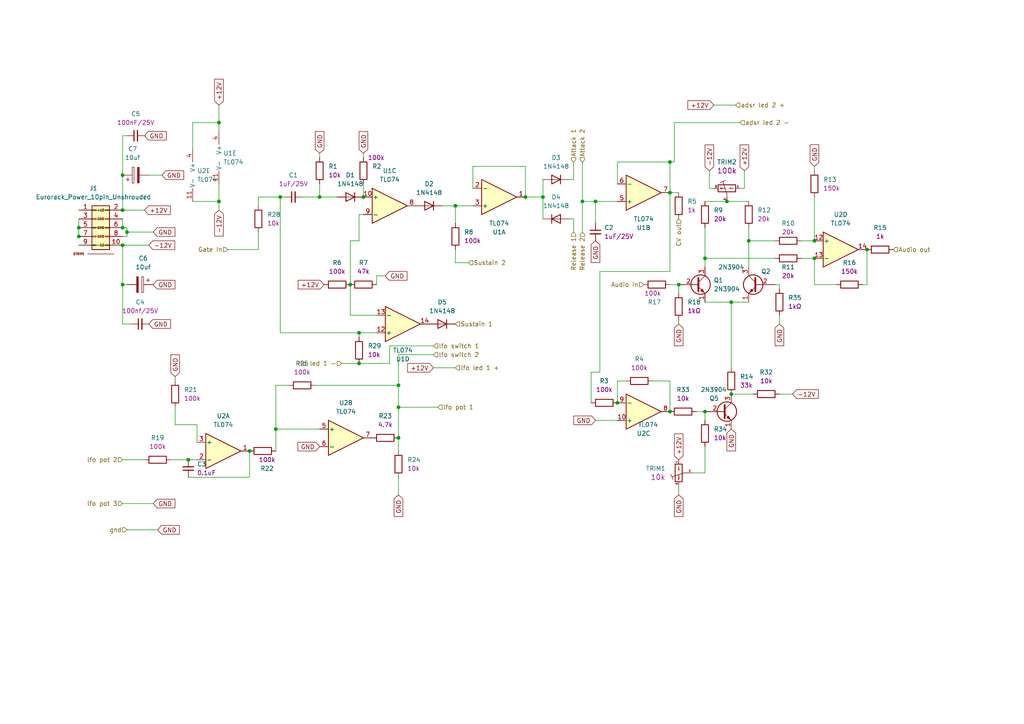
<source format=kicad_sch>
(kicad_sch (version 20230121) (generator eeschema)
  (paper "A4")
  (lib_symbols
    (symbol "Amplifier_Operational:TL074" (pin_names (offset 0.127))
      (property "Reference" "U" (at 0 5.08 0))
      (property "Value" "TL074" (at 0 -5.08 0))
      (symbol "TL074_1_1"
        (polyline (pts (xy -5.08 5.08) (xy 5.08 0) (xy -5.08 -5.08) (xy -5.08 5.08)) (stroke (width 0.254)) (fill (type background)))
        (pin output line (at 7.62 0 180) (length 2.54) (name "~") (number "1"))
        (pin input line (at -7.62 -2.54 0) (length 2.54) (name "-") (number "2"))
        (pin input line (at -7.62 2.54 0) (length 2.54) (name "+") (number "3"))
      )
      (symbol "TL074_2_1"
        (polyline (pts (xy -5.08 5.08) (xy 5.08 0) (xy -5.08 -5.08) (xy -5.08 5.08)) (stroke (width 0.254)) (fill (type background)))
        (pin input line (at -7.62 2.54 0) (length 2.54) (name "+") (number "5"))
        (pin input line (at -7.62 -2.54 0) (length 2.54) (name "-") (number "6"))
        (pin output line (at 7.62 0 180) (length 2.54) (name "~") (number "7"))
      )
      (symbol "TL074_3_1"
        (polyline (pts (xy -5.08 5.08) (xy 5.08 0) (xy -5.08 -5.08) (xy -5.08 5.08)) (stroke (width 0.254)) (fill (type background)))
        (pin input line (at -7.62 2.54 0) (length 2.54) (name "+") (number "10"))
        (pin output line (at 7.62 0 180) (length 2.54) (name "~") (number "8"))
        (pin input line (at -7.62 -2.54 0) (length 2.54) (name "-") (number "9"))
      )
      (symbol "TL074_4_1"
        (polyline (pts (xy -5.08 5.08) (xy 5.08 0) (xy -5.08 -5.08) (xy -5.08 5.08)) (stroke (width 0.254)) (fill (type background)))
        (pin input line (at -7.62 2.54 0) (length 2.54) (name "+") (number "12"))
        (pin input line (at -7.62 -2.54 0) (length 2.54) (name "-") (number "13"))
        (pin output line (at 7.62 0 180) (length 2.54) (name "~") (number "14"))
      )
      (symbol "TL074_5_1"
        (pin power_in line (at -2.54 -7.62 90) (length 3.81) (name "V-") (number "11"))
        (pin power_in line (at -2.54 7.62 270) (length 3.81) (name "V+") (number "4"))
      )
    )
    (symbol "Device:C_Polarized" (pin_numbers hide) (pin_names (offset 0.254))
      (property "Reference" "C" (at 0.635 2.54 0))
      (property "Value" "C_Polarized" (at 0.635 -2.54 0))
      (symbol "C_Polarized_0_1"
        (rectangle (start -2.286 0.508) (end 2.286 1.016))
        (polyline (pts (xy -1.778 2.286) (xy -0.762 2.286)))
        (polyline (pts (xy -1.27 2.794) (xy -1.27 1.778)))
        (rectangle (start 2.286 -0.508) (end -2.286 -1.016) (fill (type outline)))
      )
      (symbol "C_Polarized_1_1"
        (pin passive line (at 0 3.81 270) (length 2.794) (name "~") (number "1"))
        (pin passive line (at 0 -3.81 90) (length 2.794) (name "~") (number "2"))
      )
    )
    (symbol "Diode:1N4148" (pin_numbers hide) (pin_names hide)
      (property "Reference" "D" (at 0 2.54 0))
      (property "Value" "1N4148" (at 0 -2.54 0))
      (symbol "1N4148_0_1"
        (polyline (pts (xy -1.27 1.27) (xy -1.27 -1.27)) (stroke (width 0.254)))
        (polyline (pts (xy 1.27 0) (xy -1.27 0)))
        (polyline (pts (xy 1.27 1.27) (xy 1.27 -1.27) (xy -1.27 0) (xy 1.27 1.27)) (stroke (width 0.254)))
      )
      (symbol "1N4148_1_1"
        (pin passive line (at -3.81 0 0) (length 2.54) (name "K") (number "1"))
        (pin passive line (at 3.81 0 180) (length 2.54) (name "A") (number "2"))
      )
    )
    (symbol "PCM_4ms_Capacitor:0.1uF_0603_16V" (pin_numbers hide) (pin_names (offset 0.254) hide)
      (property "Reference" "C" (at 1.905 1.27 0))
      (property "Display" "0.1uF" (at 1.905 -1.27 0))
      (symbol "0.1uF_0603_16V_0_1"
        (polyline (pts (xy -1.524 -0.508) (xy 1.524 -0.508)) (stroke (width 0.3302)))
        (polyline (pts (xy -1.524 0.508) (xy 1.524 0.508)) (stroke (width 0.3048)))
      )
      (symbol "0.1uF_0603_16V_1_1"
        (pin passive line (at 0 2.54 270) (length 2.032) (name "~") (number "1"))
        (pin passive line (at 0 -2.54 90) (length 2.032) (name "~") (number "2"))
      )
    )
    (symbol "PCM_4ms_Capacitor:1uF_0603_25V" (pin_numbers hide) (pin_names (offset 0.254) hide)
      (property "Reference" "C" (at 1.905 1.27 0))
      (property "Display" "1uF/25V" (at 1.905 -1.27 0))
      (symbol "1uF_0603_25V_0_1"
        (polyline (pts (xy -1.524 -0.508) (xy 1.524 -0.508)) (stroke (width 0.3302)))
        (polyline (pts (xy -1.524 0.508) (xy 1.524 0.508)) (stroke (width 0.3048)))
      )
      (symbol "1uF_0603_25V_1_1"
        (pin passive line (at 0 2.54 270) (length 2.032) (name "~") (number "1"))
        (pin passive line (at 0 -2.54 90) (length 2.032) (name "~") (number "2"))
      )
    )
    (symbol "PCM_4ms_Connector:Eurorack_Power_10pin_Unshrouded" (pin_names (offset 0.0254) hide)
      (property "Reference" "J" (at 0 3.81 0))
      (property "Value" "Eurorack_Power_10pin_Unshrouded" (at 0 6.35 0))
      (symbol "Eurorack_Power_10pin_Unshrouded_0_0"
        (text "+12" (at 0 1.27 0) (effects (font (size 0.635 0.635))))
        (text "-12" (at 0 -8.89 0) (effects (font (size 0.635 0.635))))
        (text "GND" (at 0 -6.35 0) (effects (font (size 0.635 0.635))))
        (text "GND" (at 0 -3.81 0) (effects (font (size 0.635 0.635))))
        (text "GND" (at 0 -1.27 0) (effects (font (size 0.635 0.635))))
        (text "STRIPE" (at -6.35 -11.43 0) (effects (font (size 0.635 0.635))))
      )
      (symbol "Eurorack_Power_10pin_Unshrouded_0_1"
        (rectangle (start -2.54 -10.16) (end 2.54 2.54) (stroke (width 0.254)) (fill (type background)))
        (rectangle (start -2.54 -8.763) (end -1.27 -9.017))
        (rectangle (start -2.54 -6.223) (end -1.27 -6.477))
        (rectangle (start -2.54 -3.683) (end -1.27 -3.937))
        (rectangle (start -2.54 -1.143) (end -1.27 -1.397))
        (rectangle (start -2.54 1.397) (end -1.27 1.143))
        (polyline (pts (xy -3.81 -11.43) (xy 3.81 -11.43) (xy 1.27 -11.43)))
        (rectangle (start 1.27 -8.763) (end 2.54 -9.017))
        (rectangle (start 1.27 -6.223) (end 2.54 -6.477))
        (rectangle (start 1.27 -3.683) (end 2.54 -3.937))
        (rectangle (start 1.27 -1.143) (end 2.54 -1.397))
        (rectangle (start 1.27 1.397) (end 2.54 1.143))
      )
      (symbol "Eurorack_Power_10pin_Unshrouded_1_1"
        (pin passive line (at -6.35 1.27 0) (length 3.81) (name "+12V") (number "1"))
        (pin passive line (at 6.35 -8.89 180) (length 3.81) (name "-12V") (number "10"))
        (pin passive line (at 6.35 1.27 180) (length 3.81) (name "+12V") (number "2"))
        (pin passive line (at -6.35 -1.27 0) (length 3.81) (name "GND") (number "3"))
        (pin passive line (at 6.35 -1.27 180) (length 3.81) (name "GND") (number "4"))
        (pin passive line (at -6.35 -3.81 0) (length 3.81) (name "GND") (number "5"))
        (pin passive line (at 6.35 -3.81 180) (length 3.81) (name "GND") (number "6"))
        (pin passive line (at -6.35 -6.35 0) (length 3.81) (name "GND") (number "7"))
        (pin passive line (at 6.35 -6.35 180) (length 3.81) (name "GND") (number "8"))
        (pin passive line (at -6.35 -8.89 0) (length 3.81) (name "-12V") (number "9"))
      )
    )
    (symbol "PCM_4ms_Potentiometer:TrimPot_T73YEt_10k" (pin_names (offset 1.016) hide)
      (property "Reference" "TRIM" (at -5.08 0.381 90))
      (property "Display" "10k" (at -3.302 0.127 90))
      (symbol "TrimPot_T73YEt_10k_0_1"
        (polyline (pts (xy -2.286 -0.381) (xy -1.651 -1.905)))
        (polyline (pts (xy -1.905 -1.143) (xy 1.524 0)))
        (polyline (pts (xy 2.54 0) (xy 1.524 0)))
        (rectangle (start 1.016 2.54) (end -1.016 -2.54) (stroke (width 0.254)))
      )
      (symbol "TrimPot_T73YEt_10k_1_0"
        (text "Left/1" (at 0 1.27 900) (effects (font (size 0.254 0.254))))
        (text "Right/3" (at 0 -1.27 900) (effects (font (size 0.254 0.254))))
      )
      (symbol "TrimPot_T73YEt_10k_1_1"
        (pin passive line (at 0 3.81 270) (length 1.27) (name "Left") (number "1"))
        (pin passive line (at 3.81 0 180) (length 1.27) (name "Center") (number "2"))
        (pin passive line (at 0 -3.81 90) (length 1.27) (name "Right") (number "3"))
      )
    )
    (symbol "PCM_4ms_Resistor:100_0603" (pin_numbers hide) (pin_names (offset 0))
      (property "Reference" "R" (at 2.032 0 90))
      (property "Display" "100Ω" (at 3.81 0 90))
      (symbol "100_0603_0_1"
        (rectangle (start -1.016 -2.54) (end 1.016 2.54) (stroke (width 0.254)))
      )
      (symbol "100_0603_1_1"
        (pin passive line (at 0 3.81 270) (length 1.27) (name "~") (number "1"))
        (pin passive line (at 0 -3.81 90) (length 1.27) (name "~") (number "2"))
      )
    )
    (symbol "PCM_4ms_Resistor:100k_0603" (pin_numbers hide) (pin_names (offset 0))
      (property "Reference" "R" (at 2.032 0 90))
      (property "Display" "100k" (at 3.81 0 90))
      (symbol "100k_0603_0_1"
        (rectangle (start -1.016 -2.54) (end 1.016 2.54) (stroke (width 0.254)))
      )
      (symbol "100k_0603_1_1"
        (pin passive line (at 0 3.81 270) (length 1.27) (name "~") (number "1"))
        (pin passive line (at 0 -3.81 90) (length 1.27) (name "~") (number "2"))
      )
    )
    (symbol "PCM_4ms_Resistor:10k_0402" (pin_numbers hide) (pin_names (offset 0))
      (property "Reference" "R" (at 2.032 0 90))
      (property "Display" "10k" (at 3.81 0 90))
      (symbol "10k_0402_0_1"
        (rectangle (start -1.016 -2.54) (end 1.016 2.54) (stroke (width 0.254)))
      )
      (symbol "10k_0402_1_1"
        (pin passive line (at 0 3.81 270) (length 1.27) (name "~") (number "1"))
        (pin passive line (at 0 -3.81 90) (length 1.27) (name "~") (number "2"))
      )
    )
    (symbol "PCM_4ms_Resistor:10k_0603" (pin_numbers hide) (pin_names (offset 0))
      (property "Reference" "R" (at 2.032 0 90))
      (property "Display" "10k" (at 3.81 0 90))
      (symbol "10k_0603_0_1"
        (rectangle (start -1.016 -2.54) (end 1.016 2.54) (stroke (width 0.254)))
      )
      (symbol "10k_0603_1_1"
        (pin passive line (at 0 3.81 270) (length 1.27) (name "~") (number "1"))
        (pin passive line (at 0 -3.81 90) (length 1.27) (name "~") (number "2"))
      )
    )
    (symbol "PCM_4ms_Resistor:1k_0603" (pin_numbers hide) (pin_names (offset 0))
      (property "Reference" "R" (at 2.032 0 90))
      (property "Display" "1k" (at 3.81 0 90))
      (symbol "1k_0603_0_1"
        (rectangle (start -1.016 -2.54) (end 1.016 2.54) (stroke (width 0.254)))
      )
      (symbol "1k_0603_1_1"
        (pin passive line (at 0 3.81 270) (length 1.27) (name "~") (number "1"))
        (pin passive line (at 0 -3.81 90) (length 1.27) (name "~") (number "2"))
      )
    )
    (symbol "PCM_4ms_Resistor:200k_0603" (pin_numbers hide) (pin_names (offset 0))
      (property "Reference" "R" (at 2.032 0 90))
      (property "Display" "200k" (at 3.81 0 90))
      (symbol "200k_0603_0_1"
        (rectangle (start -1.016 -2.54) (end 1.016 2.54) (stroke (width 0.254)))
      )
      (symbol "200k_0603_1_1"
        (pin passive line (at 0 3.81 270) (length 1.27) (name "~") (number "1"))
        (pin passive line (at 0 -3.81 90) (length 1.27) (name "~") (number "2"))
      )
    )
    (symbol "PCM_4ms_Resistor:33k_0603" (pin_numbers hide) (pin_names (offset 0))
      (property "Reference" "R" (at 2.032 0 90))
      (property "Display" "33k" (at 3.81 0 90))
      (symbol "33k_0603_0_1"
        (rectangle (start -1.016 -2.54) (end 1.016 2.54) (stroke (width 0.254)))
      )
      (symbol "33k_0603_1_1"
        (pin passive line (at 0 3.81 270) (length 1.27) (name "~") (number "1"))
        (pin passive line (at 0 -3.81 90) (length 1.27) (name "~") (number "2"))
      )
    )
    (symbol "PCM_4ms_Resistor:470k_0603" (pin_numbers hide) (pin_names (offset 0))
      (property "Reference" "R" (at 2.032 0 90))
      (property "Display" "470k" (at 3.81 0 90))
      (symbol "470k_0603_0_1"
        (rectangle (start -1.016 -2.54) (end 1.016 2.54) (stroke (width 0.254)))
      )
      (symbol "470k_0603_1_1"
        (pin passive line (at 0 3.81 270) (length 1.27) (name "~") (number "1"))
        (pin passive line (at 0 -3.81 90) (length 1.27) (name "~") (number "2"))
      )
    )
    (symbol "PCM_4ms_Resistor:47k_0603" (pin_numbers hide) (pin_names (offset 0))
      (property "Reference" "R" (at 2.032 0 90))
      (property "Display" "47k" (at 3.81 0 90))
      (symbol "47k_0603_0_1"
        (rectangle (start -1.016 -2.54) (end 1.016 2.54) (stroke (width 0.254)))
      )
      (symbol "47k_0603_1_1"
        (pin passive line (at 0 3.81 270) (length 1.27) (name "~") (number "1"))
        (pin passive line (at 0 -3.81 90) (length 1.27) (name "~") (number "2"))
      )
    )
    (symbol "Transistor_BJT:2N3904" (pin_names (offset 0) hide)
      (property "Reference" "Q" (at 5.08 1.905 0))
      (property "Value" "2N3904" (at 5.08 0 0))
      (symbol "2N3904_0_1"
        (polyline (pts (xy 0.635 0.635) (xy 2.54 2.54)))
        (polyline (pts (xy 0.635 -0.635) (xy 2.54 -2.54) (xy 2.54 -2.54)))
        (polyline (pts (xy 0.635 1.905) (xy 0.635 -1.905) (xy 0.635 -1.905)) (stroke (width 0.508)))
        (polyline (pts (xy 1.27 -1.778) (xy 1.778 -1.27) (xy 2.286 -2.286) (xy 1.27 -1.778) (xy 1.27 -1.778)) (fill (type outline)))
        (circle (center 1.27 0) (radius 2.8194) (stroke (width 0.254)))
      )
      (symbol "2N3904_1_1"
        (pin passive line (at 2.54 -5.08 90) (length 2.54) (name "E") (number "1"))
        (pin passive line (at -5.08 0 0) (length 5.715) (name "B") (number "2"))
        (pin passive line (at 2.54 5.08 270) (length 2.54) (name "C") (number "3"))
      )
    )
  )
  (junction (at 196.85 82.55))
  (junction (at 212.09 114.3))
  (junction (at 210.82 58.42))
  (junction (at 80.01 124.46))
  (junction (at 212.09 87.63))
  (junction (at 101.6 82.55))
  (junction (at 104.14 105.41))
  (junction (at 35.56 50.8))
  (junction (at 22.86 66.04))
  (junction (at 115.57 118.11))
  (junction (at 157.48 57.15))
  (junction (at 115.57 111.76))
  (junction (at 194.31 119.38))
  (junction (at 152.4 57.15))
  (junction (at 22.86 68.58))
  (junction (at 104.14 96.52))
  (junction (at 204.47 119.38))
  (junction (at 179.07 116.84))
  (junction (at 194.31 55.88))
  (junction (at 81.28 57.15))
  (junction (at 251.46 72.39))
  (junction (at 172.72 58.42))
  (junction (at 63.5 35.56))
  (junction (at 168.91 58.42))
  (junction (at 54.61 133.35))
  (junction (at 36.83 67.31))
  (junction (at 63.5 58.42))
  (junction (at 105.41 57.15))
  (junction (at 35.56 60.96))
  (junction (at 217.17 69.85))
  (junction (at 35.56 66.04))
  (junction (at 115.57 127))
  (junction (at 72.39 130.81))
  (junction (at 35.56 71.12))
  (junction (at 194.31 46.99))
  (junction (at 132.08 59.69))
  (junction (at 236.22 74.93))
  (junction (at 92.71 57.15))
  (junction (at 35.56 82.55))
  (junction (at 204.47 74.93))
  (junction (at 236.22 69.85))
  (wire (pts (xy 22.86 68.58) (xy 24.13 68.58)))
  (wire (pts (xy 166.37 63.5) (xy 165.1 63.5)))
  (wire (pts (xy 104.14 62.23) (xy 105.41 62.23)))
  (wire (pts (xy 179.07 46.99) (xy 194.31 46.99)))
  (wire (pts (xy 115.57 118.11) (xy 115.57 127)))
  (wire (pts (xy 35.56 63.5) (xy 35.56 66.04)))
  (wire (pts (xy 49.53 133.35) (xy 54.61 133.35)))
  (wire (pts (xy 113.03 100.33) (xy 113.03 105.41)))
  (wire (pts (xy 204.47 74.93) (xy 204.47 77.47)))
  (wire (pts (xy 194.31 55.88) (xy 196.85 55.88)))
  (wire (pts (xy 80.01 124.46) (xy 80.01 130.81)))
  (wire (pts (xy 35.56 68.58) (xy 36.83 68.58)))
  (wire (pts (xy 38.1 93.98) (xy 35.56 93.98)))
  (wire (pts (xy 54.61 138.43) (xy 72.39 138.43)))
  (wire (pts (xy 36.83 153.67) (xy 45.72 153.67)))
  (wire (pts (xy 172.72 58.42) (xy 179.07 58.42)))
  (wire (pts (xy 157.48 57.15) (xy 152.4 57.15)))
  (wire (pts (xy 137.16 48.26) (xy 137.16 54.61)))
  (wire (pts (xy 215.9 54.61) (xy 214.63 54.61)))
  (wire (pts (xy 35.56 93.98) (xy 35.56 82.55)))
  (wire (pts (xy 101.6 69.85) (xy 101.6 82.55)))
  (wire (pts (xy 35.56 50.8) (xy 35.56 60.96)))
  (wire (pts (xy 226.06 82.55) (xy 224.79 82.55)))
  (wire (pts (xy 132.08 76.2) (xy 135.89 76.2)))
  (wire (pts (xy 232.41 74.93) (xy 236.22 74.93)))
  (wire (pts (xy 55.88 58.42) (xy 63.5 58.42)))
  (wire (pts (xy 72.39 138.43) (xy 72.39 130.81)))
  (wire (pts (xy 35.56 82.55) (xy 36.83 82.55)))
  (wire (pts (xy 168.91 46.99) (xy 168.91 58.42)))
  (wire (pts (xy 236.22 57.15) (xy 236.22 69.85)))
  (wire (pts (xy 226.06 91.44) (xy 226.06 93.98)))
  (wire (pts (xy 35.56 39.37) (xy 35.56 50.8)))
  (wire (pts (xy 81.28 57.15) (xy 81.28 96.52)))
  (wire (pts (xy 74.93 67.31) (xy 74.93 72.39)))
  (wire (pts (xy 210.82 58.42) (xy 217.17 58.42)))
  (wire (pts (xy 50.8 118.11) (xy 50.8 123.19)))
  (wire (pts (xy 92.71 44.45) (xy 92.71 45.72)))
  (wire (pts (xy 205.74 49.53) (xy 205.74 54.61)))
  (wire (pts (xy 115.57 118.11) (xy 127 118.11)))
  (wire (pts (xy 166.37 46.99) (xy 166.37 52.07)))
  (wire (pts (xy 166.37 67.31) (xy 166.37 63.5)))
  (wire (pts (xy 218.44 114.3) (xy 212.09 114.3)))
  (wire (pts (xy 35.56 60.96) (xy 41.91 60.96)))
  (wire (pts (xy 92.71 53.34) (xy 92.71 57.15)))
  (wire (pts (xy 104.14 96.52) (xy 104.14 97.79)))
  (wire (pts (xy 212.09 87.63) (xy 212.09 106.68)))
  (wire (pts (xy 104.14 105.41) (xy 99.06 105.41)))
  (wire (pts (xy 36.83 66.04) (xy 36.83 67.31)))
  (wire (pts (xy 55.88 43.18) (xy 55.88 35.56)))
  (wire (pts (xy 55.88 35.56) (xy 63.5 35.56)))
  (wire (pts (xy 204.47 66.04) (xy 204.47 74.93)))
  (wire (pts (xy 74.93 57.15) (xy 81.28 57.15)))
  (wire (pts (xy 173.99 78.74) (xy 173.99 107.95)))
  (wire (pts (xy 132.08 59.69) (xy 137.16 59.69)))
  (wire (pts (xy 189.23 110.49) (xy 194.31 110.49)))
  (wire (pts (xy 194.31 55.88) (xy 194.31 78.74)))
  (wire (pts (xy 196.85 85.09) (xy 196.85 82.55)))
  (wire (pts (xy 115.57 143.51) (xy 115.57 138.43)))
  (wire (pts (xy 115.57 102.87) (xy 115.57 111.76)))
  (wire (pts (xy 50.8 123.19) (xy 57.15 123.19)))
  (wire (pts (xy 109.22 80.01) (xy 111.76 80.01)))
  (wire (pts (xy 22.86 66.04) (xy 22.86 68.58)))
  (wire (pts (xy 226.06 83.82) (xy 226.06 82.55)))
  (wire (pts (xy 194.31 78.74) (xy 173.99 78.74)))
  (wire (pts (xy 104.14 69.85) (xy 104.14 62.23)))
  (wire (pts (xy 194.31 82.55) (xy 196.85 82.55)))
  (wire (pts (xy 207.01 30.48) (xy 213.36 30.48)))
  (wire (pts (xy 179.07 116.84) (xy 179.07 110.49)))
  (wire (pts (xy 171.45 107.95) (xy 171.45 116.84)))
  (wire (pts (xy 217.17 66.04) (xy 217.17 69.85)))
  (wire (pts (xy 229.87 114.3) (xy 226.06 114.3)))
  (wire (pts (xy 168.91 58.42) (xy 168.91 67.31)))
  (wire (pts (xy 212.09 87.63) (xy 217.17 87.63)))
  (wire (pts (xy 204.47 137.16) (xy 200.66 137.16)))
  (wire (pts (xy 194.31 110.49) (xy 194.31 119.38)))
  (wire (pts (xy 204.47 129.54) (xy 204.47 137.16)))
  (wire (pts (xy 43.18 50.8) (xy 46.99 50.8)))
  (wire (pts (xy 92.71 57.15) (xy 97.79 57.15)))
  (wire (pts (xy 217.17 69.85) (xy 224.79 69.85)))
  (wire (pts (xy 83.82 111.76) (xy 80.01 111.76)))
  (wire (pts (xy 63.5 35.56) (xy 63.5 38.1)))
  (wire (pts (xy 80.01 111.76) (xy 80.01 124.46)))
  (wire (pts (xy 195.58 35.56) (xy 195.58 46.99)))
  (wire (pts (xy 173.99 107.95) (xy 171.45 107.95)))
  (wire (pts (xy 217.17 69.85) (xy 217.17 77.47)))
  (wire (pts (xy 104.14 105.41) (xy 113.03 105.41)))
  (wire (pts (xy 194.31 46.99) (xy 195.58 46.99)))
  (wire (pts (xy 236.22 82.55) (xy 236.22 74.93)))
  (wire (pts (xy 87.63 57.15) (xy 92.71 57.15)))
  (wire (pts (xy 109.22 82.55) (xy 109.22 80.01)))
  (wire (pts (xy 101.6 69.85) (xy 104.14 69.85)))
  (wire (pts (xy 128.27 59.69) (xy 132.08 59.69)))
  (wire (pts (xy 66.04 72.39) (xy 74.93 72.39)))
  (wire (pts (xy 35.56 71.12) (xy 43.18 71.12)))
  (wire (pts (xy 179.07 53.34) (xy 179.07 46.99)))
  (wire (pts (xy 204.47 121.92) (xy 204.47 119.38)))
  (wire (pts (xy 36.83 68.58) (xy 36.83 67.31)))
  (wire (pts (xy 63.5 53.34) (xy 63.5 58.42)))
  (wire (pts (xy 105.41 53.34) (xy 105.41 57.15)))
  (wire (pts (xy 22.86 71.12) (xy 35.56 71.12)))
  (wire (pts (xy 236.22 49.53) (xy 236.22 48.26)))
  (wire (pts (xy 196.85 143.51) (xy 196.85 140.97)))
  (wire (pts (xy 22.86 66.04) (xy 35.56 66.04)))
  (wire (pts (xy 44.45 146.05) (xy 35.56 146.05)))
  (wire (pts (xy 157.48 57.15) (xy 157.48 63.5)))
  (wire (pts (xy 132.08 76.2) (xy 132.08 72.39)))
  (wire (pts (xy 195.58 35.56) (xy 214.63 35.56)))
  (wire (pts (xy 63.5 58.42) (xy 63.5 60.96)))
  (wire (pts (xy 166.37 52.07) (xy 165.1 52.07)))
  (wire (pts (xy 201.93 119.38) (xy 204.47 119.38)))
  (wire (pts (xy 204.47 87.63) (xy 212.09 87.63)))
  (wire (pts (xy 125.73 102.87) (xy 115.57 102.87)))
  (wire (pts (xy 132.08 64.77) (xy 132.08 59.69)))
  (wire (pts (xy 92.71 124.46) (xy 80.01 124.46)))
  (wire (pts (xy 104.14 96.52) (xy 81.28 96.52)))
  (wire (pts (xy 172.72 58.42) (xy 168.91 58.42)))
  (wire (pts (xy 215.9 49.53) (xy 215.9 54.61)))
  (wire (pts (xy 101.6 91.44) (xy 101.6 82.55)))
  (wire (pts (xy 204.47 58.42) (xy 210.82 58.42)))
  (wire (pts (xy 115.57 111.76) (xy 115.57 118.11)))
  (wire (pts (xy 242.57 82.55) (xy 236.22 82.55)))
  (wire (pts (xy 57.15 123.19) (xy 57.15 128.27)))
  (wire (pts (xy 109.22 96.52) (xy 104.14 96.52)))
  (wire (pts (xy 22.86 60.96) (xy 35.56 60.96)))
  (wire (pts (xy 36.83 67.31) (xy 44.45 67.31)))
  (wire (pts (xy 172.72 58.42) (xy 172.72 64.77)))
  (wire (pts (xy 22.86 63.5) (xy 22.86 66.04)))
  (wire (pts (xy 152.4 48.26) (xy 137.16 48.26)))
  (wire (pts (xy 115.57 130.81) (xy 115.57 127)))
  (wire (pts (xy 157.48 52.07) (xy 157.48 57.15)))
  (wire (pts (xy 205.74 54.61) (xy 207.01 54.61)))
  (wire (pts (xy 196.85 92.71) (xy 196.85 93.98)))
  (wire (pts (xy 35.56 133.35) (xy 41.91 133.35)))
  (wire (pts (xy 35.56 71.12) (xy 35.56 82.55)))
  (wire (pts (xy 74.93 57.15) (xy 74.93 59.69)))
  (wire (pts (xy 91.44 111.76) (xy 115.57 111.76)))
  (wire (pts (xy 35.56 39.37) (xy 36.83 39.37)))
  (wire (pts (xy 172.72 121.92) (xy 179.07 121.92)))
  (wire (pts (xy 152.4 57.15) (xy 152.4 48.26)))
  (wire (pts (xy 35.56 66.04) (xy 36.83 66.04)))
  (wire (pts (xy 50.8 109.22) (xy 50.8 110.49)))
  (wire (pts (xy 179.07 110.49) (xy 181.61 110.49)))
  (wire (pts (xy 204.47 74.93) (xy 224.79 74.93)))
  (wire (pts (xy 251.46 72.39) (xy 251.46 82.55)))
  (wire (pts (xy 251.46 82.55) (xy 250.19 82.55)))
  (wire (pts (xy 54.61 133.35) (xy 57.15 133.35)))
  (wire (pts (xy 105.41 44.45) (xy 105.41 45.72)))
  (wire (pts (xy 109.22 91.44) (xy 101.6 91.44)))
  (wire (pts (xy 63.5 35.56) (xy 63.5 30.48)))
  (wire (pts (xy 194.31 46.99) (xy 194.31 55.88)))
  (wire (pts (xy 82.55 57.15) (xy 81.28 57.15)))
  (wire (pts (xy 125.73 100.33) (xy 113.03 100.33)))
  (wire (pts (xy 232.41 69.85) (xy 236.22 69.85)))
  (wire (pts (xy 125.73 106.68) (xy 132.08 106.68)))
  (global_label "GND" (shape input) (at 50.8 109.22 90) (property "Intersheetrefs" "${INTERSHEET_REFS}" (effects hide)))
  (global_label "GND" (shape input) (at 44.45 82.55 0) (property "Intersheetrefs" "${INTERSHEET_REFS}" (effects hide)))
  (global_label "+12V" (shape input) (at 215.9 49.53 90) (property "Intersheetrefs" "${INTERSHEET_REFS}" (effects hide)))
  (global_label "GND" (shape input) (at 196.85 143.51 270) (property "Intersheetrefs" "${INTERSHEET_REFS}" (effects hide)))
  (global_label "GND" (shape input) (at 105.41 44.45 90) (property "Intersheetrefs" "${INTERSHEET_REFS}" (effects hide)))
  (global_label "+12V" (shape input) (at 63.5 30.48 90) (property "Intersheetrefs" "${INTERSHEET_REFS}" (effects hide)))
  (global_label "+12V" (shape input) (at 207.01 30.48 180) (property "Intersheetrefs" "${INTERSHEET_REFS}" (effects hide)))
  (global_label "GND" (shape input) (at 92.71 44.45 90) (property "Intersheetrefs" "${INTERSHEET_REFS}" (effects hide)))
  (global_label "GND" (shape input) (at 46.99 50.8 0) (property "Intersheetrefs" "${INTERSHEET_REFS}" (effects hide)))
  (global_label "GND" (shape input) (at 172.72 69.85 270) (property "Intersheetrefs" "${INTERSHEET_REFS}" (effects hide)))
  (global_label "-12V" (shape input) (at 63.5 60.96 270) (property "Intersheetrefs" "${INTERSHEET_REFS}" (effects hide)))
  (global_label "GND" (shape input) (at 43.18 93.98 0) (property "Intersheetrefs" "${INTERSHEET_REFS}" (effects hide)))
  (global_label "GND" (shape input) (at 92.71 129.54 180) (property "Intersheetrefs" "${INTERSHEET_REFS}" (effects hide)))
  (global_label "-12V" (shape input) (at 205.74 49.53 90) (property "Intersheetrefs" "${INTERSHEET_REFS}" (effects hide)))
  (global_label "GND" (shape input) (at 41.91 39.37 0) (property "Intersheetrefs" "${INTERSHEET_REFS}" (effects hide)))
  (global_label "GND" (shape input) (at 111.76 80.01 0) (property "Intersheetrefs" "${INTERSHEET_REFS}" (effects hide)))
  (global_label "-12V" (shape input) (at 229.87 114.3 0) (property "Intersheetrefs" "${INTERSHEET_REFS}" (effects hide)))
  (global_label "GND" (shape input) (at 226.06 93.98 270) (property "Intersheetrefs" "${INTERSHEET_REFS}" (effects hide)))
  (global_label "GND" (shape input) (at 196.85 93.98 270) (property "Intersheetrefs" "${INTERSHEET_REFS}" (effects hide)))
  (global_label "GND" (shape input) (at 45.72 153.67 0) (property "Intersheetrefs" "${INTERSHEET_REFS}" (effects hide)))
  (global_label "GND" (shape input) (at 44.45 146.05 0) (property "Intersheetrefs" "${INTERSHEET_REFS}" (effects hide)))
  (global_label "+12V" (shape input) (at 125.73 106.68 180) (property "Intersheetrefs" "${INTERSHEET_REFS}" (effects hide)))
  (global_label "GND" (shape input) (at 44.45 67.31 0) (property "Intersheetrefs" "${INTERSHEET_REFS}" (effects hide)))
  (global_label "GND" (shape input) (at 172.72 121.92 180) (property "Intersheetrefs" "${INTERSHEET_REFS}" (effects hide)))
  (global_label "-12V" (shape input) (at 43.18 71.12 0) (property "Intersheetrefs" "${INTERSHEET_REFS}" (effects hide)))
  (global_label "GND" (shape input) (at 115.57 143.51 270) (property "Intersheetrefs" "${INTERSHEET_REFS}" (effects hide)))
  (global_label "+12V" (shape input) (at 196.85 133.35 90) (property "Intersheetrefs" "${INTERSHEET_REFS}" (effects hide)))
  (global_label "+12V" (shape input) (at 41.91 60.96 0) (property "Intersheetrefs" "${INTERSHEET_REFS}" (effects hide)))
  (global_label "+12V" (shape input) (at 93.98 82.55 180) (property "Intersheetrefs" "${INTERSHEET_REFS}" (effects hide)))
  (global_label "GND" (shape input) (at 236.22 48.26 90) (property "Intersheetrefs" "${INTERSHEET_REFS}" (effects hide)))
  (global_label "GND" (shape input) (at 212.09 124.46 270) (property "Intersheetrefs" "${INTERSHEET_REFS}" (effects hide)))
  (hierarchical_label "Audio out" (shape input) (at 259.08 72.39 0))
  (hierarchical_label "Sustain 1" (shape input) (at 132.08 93.98 0))
  (hierarchical_label "Release 1" (shape input) (at 166.37 67.31 270))
  (hierarchical_label "adsr led 2 -" (shape input) (at 214.63 35.56 0))
  (hierarchical_label "Attack 2" (shape input) (at 168.91 46.99 90))
  (hierarchical_label "Release 2" (shape input) (at 168.91 67.31 270))
  (hierarchical_label "lfo led 1 -" (shape input) (at 99.06 105.41 180))
  (hierarchical_label "lfo switch 2" (shape input) (at 125.73 102.87 0))
  (hierarchical_label "lfo switch 1" (shape input) (at 125.73 100.33 0))
  (hierarchical_label "Audio in" (shape input) (at 186.69 82.55 180))
  (hierarchical_label "gnd" (shape input) (at 36.83 153.67 180))
  (hierarchical_label "CV out" (shape input) (at 196.85 63.5 270))
  (hierarchical_label "Gate In" (shape input) (at 66.04 72.39 180))
  (hierarchical_label "Sustain 2" (shape input) (at 135.89 76.2 0))
  (hierarchical_label "Attack 1" (shape input) (at 166.37 46.99 90))
  (hierarchical_label "lfo pot 3" (shape input) (at 35.56 146.05 180))
  (hierarchical_label "lfo led 1 +" (shape input) (at 132.08 106.68 0))
  (hierarchical_label "lfo pot 1" (shape input) (at 127 118.11 0))
  (hierarchical_label "lfo pot 2" (shape input) (at 35.56 133.35 180))
  (hierarchical_label "adsr led 2 +" (shape input) (at 213.36 30.48 0))
  (symbol (lib_id "PCM_4ms_Capacitor:1uF_0603_25V") (at 39.37 39.37 90) (unit 1)
    (property "Reference" "C5" (at 39.3763 33.02 90))
    (property "Value" "1uF_0603_25V" (effects hide))
    (property "Footprint" "Capacitor_THT:C_Disc_D3.8mm_W2.6mm_P2.50mm" (effects hide))
    (property "Specifications" "1uF, Min. 25V, 0603, Ceramic/MLCC" (effects hide))
    (property "Manufacturer" "Murata" (effects hide))
    (property "Part Number" "GRM188R61E105KA12D" (effects hide))
    (property "Display" "100nF/25V" (at 39.3763 35.56 90))
    (property "JLCPCB ID" "C15849" (effects hide))
  )
  (symbol (lib_id "Amplifier_Operational:TL074") (at 113.03 59.69 0) (unit 3)
    (property "Reference" "U1" (at 113.03 49.53 0))
    (property "Value" "TL074" (at 113.03 52.07 0))
    (property "Footprint" "PCM_4ms_Package_DIP:DIP-14_W7.62mm" (effects hide))
    (property "Datasheet" "http://www.ti.com/lit/ds/symlink/tl071.pdf" (effects hide))
  )
  (symbol (lib_id "PCM_4ms_Capacitor:1uF_0603_25V") (at 172.72 67.31 0) (unit 1)
    (property "Reference" "C2" (at 175.26 66.0463 0) (effects (justify left)))
    (property "Value" "1uF_0603_25V" (effects hide))
    (property "Footprint" "Capacitor_THT:C_Disc_D3.0mm_W1.6mm_P2.50mm" (effects hide))
    (property "Specifications" "1uF, Min. 25V, 0603, Ceramic/MLCC" (effects hide))
    (property "Manufacturer" "Murata" (effects hide))
    (property "Part Number" "GRM188R61E105KA12D" (effects hide))
    (property "Display" "1uF/25V" (at 175.26 68.5863 0) (effects (justify left)))
    (property "JLCPCB ID" "C15849" (effects hide))
  )
  (symbol (lib_id "PCM_4ms_Resistor:100k_0603") (at 204.47 62.23 0) (unit 1)
    (property "Reference" "R9" (at 207.01 60.96 0) (effects (justify left)))
    (property "Value" "100k_0603" (effects hide))
    (property "Footprint" "Resistor_THT:R_Axial_DIN0207_L6.3mm_D2.5mm_P7.62mm_Horizontal" (effects hide))
    (property "Specifications" "100K, 1%, 1/10W, 0603" (effects hide))
    (property "Manufacturer" "Yageo" (effects hide))
    (property "Part Number" "RC0603FR-07100KL" (effects hide))
    (property "Display" "20k" (at 207.01 63.5 0) (effects (justify left)))
    (property "JLCPCB ID" "C25803" (effects hide))
  )
  (symbol (lib_id "PCM_4ms_Resistor:100_0603") (at 226.06 87.63 0) (unit 1)
    (property "Reference" "R35" (at 228.6 86.36 0) (effects (justify left)))
    (property "Value" "100_0603" (effects hide))
    (property "Footprint" "Resistor_THT:R_Axial_DIN0207_L6.3mm_D2.5mm_P7.62mm_Horizontal" (effects hide))
    (property "Specifications" "100Ω, 1%, 1/10W, 0603" (effects hide))
    (property "Manufacturer" "Yageo" (effects hide))
    (property "Part Number" "RC0603FR-07100RL" (effects hide))
    (property "Display" "1kΩ" (at 228.6 88.9 0) (effects (justify left)))
    (property "JLCPCB ID" "C22775" (effects hide))
  )
  (symbol (lib_id "PCM_4ms_Resistor:10k_0603") (at 198.12 119.38 270) (unit 1)
    (property "Reference" "R33" (at 198.12 113.03 90))
    (property "Value" "10k_0603" (effects hide))
    (property "Footprint" "Resistor_THT:R_Axial_DIN0207_L6.3mm_D2.5mm_P7.62mm_Horizontal" (effects hide))
    (property "Specifications" "10K, 1%, 1/10W, 0603" (effects hide))
    (property "Manufacturer" "Yageo" (effects hide))
    (property "Part Number" "RC0603FR-0710KL" (effects hide))
    (property "Display" "10k" (at 198.12 115.57 90))
    (property "JLCPCB ID" "C25804" (effects hide))
  )
  (symbol (lib_id "Device:C_Polarized") (at 40.64 82.55 270) (unit 1)
    (property "Reference" "C6" (at 41.529 74.93 90))
    (property "Value" "10uf" (at 41.529 77.47 90))
    (property "Footprint" "Capacitor_THT:CP_Radial_D4.0mm_P2.00mm" (effects hide))
  )
  (symbol (lib_id "PCM_4ms_Resistor:100k_0603") (at 217.17 62.23 0) (unit 1)
    (property "Reference" "R12" (at 219.71 60.96 0) (effects (justify left)))
    (property "Value" "100k_0603" (effects hide))
    (property "Footprint" "Resistor_THT:R_Axial_DIN0207_L6.3mm_D2.5mm_P7.62mm_Horizontal" (effects hide))
    (property "Specifications" "100K, 1%, 1/10W, 0603" (effects hide))
    (property "Manufacturer" "Yageo" (effects hide))
    (property "Part Number" "RC0603FR-07100KL" (effects hide))
    (property "Display" "20k" (at 219.71 63.5 0) (effects (justify left)))
    (property "JLCPCB ID" "C25803" (effects hide))
  )
  (symbol (lib_id "PCM_4ms_Resistor:1k_0603") (at 255.27 72.39 90) (unit 1)
    (property "Reference" "R15" (at 255.27 66.04 90))
    (property "Value" "1k_0603" (effects hide))
    (property "Footprint" "Resistor_THT:R_Axial_DIN0207_L6.3mm_D2.5mm_P7.62mm_Horizontal" (effects hide))
    (property "Specifications" "1K, 1%, 1/10W, 0603" (effects hide))
    (property "Manufacturer" "Yageo" (effects hide))
    (property "Part Number" "RC0603FR-071KL" (effects hide))
    (property "Display" "1k" (at 255.27 68.58 90))
    (property "JLCPCB ID" "C21190" (effects hide))
  )
  (symbol (lib_id "PCM_4ms_Resistor:10k_0603") (at 204.47 125.73 0) (unit 1)
    (property "Reference" "R34" (at 207.01 124.46 0) (effects (justify left)))
    (property "Value" "10k_0603" (effects hide))
    (property "Footprint" "Resistor_THT:R_Axial_DIN0207_L6.3mm_D2.5mm_P7.62mm_Horizontal" (effects hide))
    (property "Specifications" "10K, 1%, 1/10W, 0603" (effects hide))
    (property "Manufacturer" "Yageo" (effects hide))
    (property "Part Number" "RC0603FR-0710KL" (effects hide))
    (property "Display" "10k" (at 207.01 127 0) (effects (justify left)))
    (property "JLCPCB ID" "C25804" (effects hide))
  )
  (symbol (lib_id "Amplifier_Operational:TL074") (at 186.69 55.88 0) (mirror x) (unit 2)
    (property "Reference" "U1" (at 186.69 66.04 0))
    (property "Value" "TL074" (at 186.69 63.5 0))
    (property "Footprint" "PCM_4ms_Package_DIP:DIP-14_W7.62mm" (effects hide))
    (property "Datasheet" "http://www.ti.com/lit/ds/symlink/tl071.pdf" (effects hide))
  )
  (symbol (lib_id "PCM_4ms_Capacitor:0.1uF_0603_16V") (at 54.61 135.89 180) (unit 1)
    (property "Reference" "C3" (at 57.15 134.6136 0) (effects (justify right)))
    (property "Value" "0.1uF_0603_16V" (effects hide))
    (property "Footprint" "Capacitor_THT:C_Disc_D3.0mm_W1.6mm_P2.50mm" (effects hide))
    (property "Specifications" "0.1uF, Min. 16V 10%, X7R or X5R or similar" (effects hide))
    (property "Manufacturer" "AVX Corporation" (effects hide))
    (property "Part Number" "0603YC104KAT2A" (effects hide))
    (property "Display" "0.1uF" (at 57.15 137.1536 0) (effects (justify right)))
    (property "JLCPCB ID" "C14663" (effects hide))
  )
  (symbol (lib_id "Amplifier_Operational:TL074") (at 66.04 45.72 0) (unit 5)
    (property "Reference" "U1" (at 64.77 44.45 0) (effects (justify left)))
    (property "Value" "TL074" (at 64.77 46.99 0) (effects (justify left)))
    (property "Footprint" "PCM_4ms_Package_DIP:DIP-14_W7.62mm" (effects hide))
    (property "Datasheet" "http://www.ti.com/lit/ds/symlink/tl071.pdf" (effects hide))
  )
  (symbol (lib_id "PCM_4ms_Resistor:10k_0603") (at 104.14 101.6 0) (unit 1)
    (property "Reference" "R29" (at 106.68 100.33 0) (effects (justify left)))
    (property "Value" "10k_0603" (effects hide))
    (property "Footprint" "Resistor_THT:R_Axial_DIN0207_L6.3mm_D2.5mm_P7.62mm_Horizontal" (effects hide))
    (property "Specifications" "10K, 1%, 1/10W, 0603" (effects hide))
    (property "Manufacturer" "Yageo" (effects hide))
    (property "Part Number" "RC0603FR-0710KL" (effects hide))
    (property "Display" "10k" (at 106.68 102.87 0) (effects (justify left)))
    (property "JLCPCB ID" "C25804" (effects hide))
  )
  (symbol (lib_id "PCM_4ms_Resistor:10k_0603") (at 212.09 110.49 180) (unit 1)
    (property "Reference" "R14" (at 214.63 109.22 0) (effects (justify right)))
    (property "Value" "10k_0603" (effects hide))
    (property "Footprint" "Resistor_THT:R_Axial_DIN0207_L6.3mm_D2.5mm_P7.62mm_Horizontal" (effects hide))
    (property "Specifications" "10K, 1%, 1/10W, 0603" (effects hide))
    (property "Manufacturer" "Yageo" (effects hide))
    (property "Part Number" "RC0603FR-0710KL" (effects hide))
    (property "Display" "33k" (at 214.63 111.76 0) (effects (justify right)))
    (property "JLCPCB ID" "C25804" (effects hide))
  )
  (symbol (lib_id "PCM_4ms_Resistor:100k_0603") (at 132.08 68.58 180) (unit 1)
    (property "Reference" "R8" (at 134.62 67.31 0) (effects (justify right)))
    (property "Value" "100k_0603" (effects hide))
    (property "Footprint" "Resistor_THT:R_Axial_DIN0207_L6.3mm_D2.5mm_P7.62mm_Horizontal" (effects hide))
    (property "Specifications" "100K, 1%, 1/10W, 0603" (effects hide))
    (property "Manufacturer" "Yageo" (effects hide))
    (property "Part Number" "RC0603FR-07100KL" (effects hide))
    (property "Display" "100k" (at 134.62 69.85 0) (effects (justify right)))
    (property "JLCPCB ID" "C25803" (effects hide))
  )
  (symbol (lib_id "PCM_4ms_Capacitor:1uF_0603_25V") (at 40.64 93.98 90) (unit 1)
    (property "Reference" "C4" (at 40.6463 87.63 90))
    (property "Value" "1uF_0603_25V" (effects hide))
    (property "Footprint" "Capacitor_THT:C_Disc_D3.8mm_W2.6mm_P2.50mm" (effects hide))
    (property "Specifications" "1uF, Min. 25V, 0603, Ceramic/MLCC" (effects hide))
    (property "Manufacturer" "Murata" (effects hide))
    (property "Part Number" "GRM188R61E105KA12D" (effects hide))
    (property "Display" "100nf/25V" (at 40.6463 90.17 90))
    (property "JLCPCB ID" "C15849" (effects hide))
  )
  (symbol (lib_id "Diode:1N4148") (at 101.6 57.15 0) (mirror y) (unit 1)
    (property "Reference" "D1" (at 101.6 50.8 0))
    (property "Value" "1N4148" (at 101.6 53.34 0))
    (property "Footprint" "Diode_THT:D_DO-35_SOD27_P7.62mm_Horizontal" (effects hide))
    (property "Datasheet" "https://assets.nexperia.com/documents/data-sheet/1N4148_1N4448.pdf" (effects hide))
    (property "Sim.Device" "D" (effects hide))
    (property "Sim.Pins" "1=K 2=A" (effects hide))
  )
  (symbol (lib_id "Amplifier_Operational:TL074") (at 243.84 72.39 0) (unit 4)
    (property "Reference" "U2" (at 243.84 62.23 0))
    (property "Value" "TL074" (at 243.84 64.77 0))
    (property "Footprint" "PCM_4ms_Package_DIP:DIP-14_W7.62mm" (effects hide))
    (property "Datasheet" "http://www.ti.com/lit/ds/symlink/tl071.pdf" (effects hide))
  )
  (symbol (lib_id "PCM_4ms_Resistor:100k_0603") (at 97.79 82.55 90) (unit 1)
    (property "Reference" "R6" (at 97.79 76.2 90))
    (property "Value" "100k_0603" (effects hide))
    (property "Footprint" "Resistor_THT:R_Axial_DIN0207_L6.3mm_D2.5mm_P7.62mm_Horizontal" (effects hide))
    (property "Specifications" "100K, 1%, 1/10W, 0603" (effects hide))
    (property "Manufacturer" "Yageo" (effects hide))
    (property "Part Number" "RC0603FR-07100KL" (effects hide))
    (property "Display" "100k" (at 97.79 78.74 90))
    (property "JLCPCB ID" "C25803" (effects hide))
  )
  (symbol (lib_id "Transistor_BJT:2N3904") (at 219.71 82.55 0) (mirror y) (unit 1)
    (property "Reference" "Q2" (at 223.52 78.74 0) (effects (justify left)))
    (property "Value" "2N3904" (at 215.9 77.47 0) (effects (justify left)))
    (property "Footprint" "Package_TO_SOT_THT:TO-92_Inline" (effects hide))
    (property "Datasheet" "https://www.onsemi.com/pub/Collateral/2N3903-D.PDF" (effects hide))
  )
  (symbol (lib_id "PCM_4ms_Resistor:100k_0603") (at 45.72 133.35 270) (unit 1)
    (property "Reference" "R19" (at 45.72 127 90))
    (property "Value" "100k_0603" (effects hide))
    (property "Footprint" "Resistor_THT:R_Axial_DIN0207_L6.3mm_D2.5mm_P7.62mm_Horizontal" (effects hide))
    (property "Specifications" "100K, 1%, 1/10W, 0603" (effects hide))
    (property "Manufacturer" "Yageo" (effects hide))
    (property "Part Number" "RC0603FR-07100KL" (effects hide))
    (property "Display" "100k" (at 45.72 129.54 90))
    (property "JLCPCB ID" "C25803" (effects hide))
  )
  (symbol (lib_id "PCM_4ms_Resistor:470k_0603") (at 236.22 53.34 0) (unit 1)
    (property "Reference" "R13" (at 238.76 52.07 0) (effects (justify left)))
    (property "Value" "470k_0603" (effects hide))
    (property "Footprint" "Resistor_THT:R_Axial_DIN0207_L6.3mm_D2.5mm_P7.62mm_Horizontal" (effects hide))
    (property "Specifications" "470K, 1%, 1/10W, 0603" (effects hide))
    (property "Manufacturer" "Yageo" (effects hide))
    (property "Part Number" "RC0603FR-0747KL" (effects hide))
    (property "Display" "150k" (at 238.76 54.61 0) (effects (justify left)))
    (property "JLCPCB ID" "C23178" (effects hide))
  )
  (symbol (lib_id "Diode:1N4148") (at 128.27 93.98 0) (mirror y) (unit 1)
    (property "Reference" "D5" (at 128.27 87.63 0))
    (property "Value" "1N4148" (at 128.27 90.17 0))
    (property "Footprint" "Diode_THT:D_DO-35_SOD27_P7.62mm_Horizontal" (effects hide))
    (property "Datasheet" "https://assets.nexperia.com/documents/data-sheet/1N4148_1N4448.pdf" (effects hide))
    (property "Sim.Device" "D" (effects hide))
    (property "Sim.Pins" "1=K 2=A" (effects hide))
  )
  (symbol (lib_id "Transistor_BJT:2N3904") (at 209.55 119.38 0) (unit 1)
    (property "Reference" "Q5" (at 205.74 115.57 0) (effects (justify left)))
    (property "Value" "2N3904" (at 203.2 113.03 0) (effects (justify left)))
    (property "Footprint" "Package_TO_SOT_THT:TO-92_Inline" (effects hide))
    (property "Datasheet" "https://www.onsemi.com/pub/Collateral/2N3903-D.PDF" (effects hide))
  )
  (symbol (lib_id "PCM_4ms_Resistor:47k_0603") (at 111.76 127 270) (unit 1)
    (property "Reference" "R23" (at 111.76 120.65 90))
    (property "Value" "47k_0603" (effects hide))
    (property "Footprint" "Resistor_THT:R_Axial_DIN0207_L6.3mm_D2.5mm_P7.62mm_Horizontal" (effects hide))
    (property "Specifications" "47K, 1%, 1/10W, 0603" (effects hide))
    (property "Manufacturer" "Yageo" (effects hide))
    (property "Part Number" "RC0603FR-0747KL" (effects hide))
    (property "Display" "4.7k" (at 111.76 123.19 90))
    (property "JLCPCB ID" "C25819" (effects hide))
  )
  (symbol (lib_id "PCM_4ms_Resistor:1k_0603") (at 50.8 114.3 0) (unit 1)
    (property "Reference" "R21" (at 53.34 113.03 0) (effects (justify left)))
    (property "Value" "1k_0603" (effects hide))
    (property "Footprint" "Resistor_THT:R_Axial_DIN0207_L6.3mm_D2.5mm_P7.62mm_Horizontal" (effects hide))
    (property "Specifications" "1K, 1%, 1/10W, 0603" (effects hide))
    (property "Manufacturer" "Yageo" (effects hide))
    (property "Part Number" "RC0603FR-071KL" (effects hide))
    (property "Display" "100k" (at 53.34 115.57 0) (effects (justify left)))
    (property "JLCPCB ID" "C21190" (effects hide))
  )
  (symbol (lib_id "PCM_4ms_Resistor:10k_0402") (at 115.57 134.62 0) (unit 1)
    (property "Reference" "R24" (at 118.11 133.35 0) (effects (justify left)))
    (property "Value" "10k_0402" (effects hide))
    (property "Footprint" "Resistor_THT:R_Axial_DIN0207_L6.3mm_D2.5mm_P7.62mm_Horizontal" (effects hide))
    (property "Specifications" "10k, 1%, 1/10W, 0402" (effects hide))
    (property "Manufacturer" "Yageo" (effects hide))
    (property "Part Number" "RT0402FRE0710KL" (effects hide))
    (property "Display" "10k" (at 118.11 135.89 0) (effects (justify left)))
    (property "Manufacturer 2" "Yageo" (effects hide))
    (property "Part Number 2" "RT0402DRE0710KL" (effects hide))
  )
  (symbol (lib_id "Diode:1N4148") (at 124.46 59.69 0) (mirror y) (unit 1)
    (property "Reference" "D2" (at 124.46 53.34 0))
    (property "Value" "1N4148" (at 124.46 55.88 0))
    (property "Footprint" "Diode_THT:D_DO-35_SOD27_P7.62mm_Horizontal" (effects hide))
    (property "Datasheet" "https://assets.nexperia.com/documents/data-sheet/1N4148_1N4448.pdf" (effects hide))
    (property "Sim.Device" "D" (effects hide))
    (property "Sim.Pins" "1=K 2=A" (effects hide))
  )
  (symbol (lib_id "PCM_4ms_Resistor:100k_0603") (at 190.5 82.55 90) (unit 1)
    (property "Reference" "R17" (at 191.77 87.63 90) (effects (justify left)))
    (property "Value" "100k_0603" (effects hide))
    (property "Footprint" "Resistor_THT:R_Axial_DIN0207_L6.3mm_D2.5mm_P7.62mm_Horizontal" (effects hide))
    (property "Specifications" "100K, 1%, 1/10W, 0603" (effects hide))
    (property "Manufacturer" "Yageo" (effects hide))
    (property "Part Number" "RC0603FR-07100KL" (effects hide))
    (property "Display" "100k" (at 191.77 85.09 90) (effects (justify left)))
    (property "JLCPCB ID" "C25803" (effects hide))
  )
  (symbol (lib_id "Amplifier_Operational:TL074") (at 64.77 130.81 0) (unit 1)
    (property "Reference" "U2" (at 64.77 120.65 0))
    (property "Value" "TL074" (at 64.77 123.19 0))
    (property "Footprint" "PCM_4ms_Package_DIP:DIP-14_W7.62mm" (effects hide))
    (property "Datasheet" "http://www.ti.com/lit/ds/symlink/tl071.pdf" (effects hide))
  )
  (symbol (lib_id "PCM_4ms_Capacitor:1uF_0603_25V") (at 85.09 57.15 90) (unit 1)
    (property "Reference" "C1" (at 85.0963 50.8 90))
    (property "Value" "1uF_0603_25V" (effects hide))
    (property "Footprint" "Capacitor_THT:C_Disc_D3.0mm_W1.6mm_P2.50mm" (effects hide))
    (property "Specifications" "1uF, Min. 25V, 0603, Ceramic/MLCC" (effects hide))
    (property "Manufacturer" "Murata" (effects hide))
    (property "Part Number" "GRM188R61E105KA12D" (effects hide))
    (property "Display" "1uF/25V" (at 85.0963 53.34 90))
    (property "JLCPCB ID" "C15849" (effects hide))
  )
  (symbol (lib_id "Diode:1N4148") (at 161.29 63.5 0) (unit 1)
    (property "Reference" "D4" (at 161.29 57.15 0))
    (property "Value" "1N4148" (at 161.29 59.69 0))
    (property "Footprint" "Diode_THT:D_DO-35_SOD27_P7.62mm_Horizontal" (effects hide))
    (property "Datasheet" "https://assets.nexperia.com/documents/data-sheet/1N4148_1N4448.pdf" (effects hide))
    (property "Sim.Device" "D" (effects hide))
    (property "Sim.Pins" "1=K 2=A" (effects hide))
  )
  (symbol (lib_id "PCM_4ms_Resistor:100k_0603") (at 76.2 130.81 270) (unit 1)
    (property "Reference" "R22" (at 77.47 135.89 90))
    (property "Value" "100k_0603" (effects hide))
    (property "Footprint" "Resistor_THT:R_Axial_DIN0207_L6.3mm_D2.5mm_P7.62mm_Horizontal" (effects hide))
    (property "Specifications" "100K, 1%, 1/10W, 0603" (effects hide))
    (property "Manufacturer" "Yageo" (effects hide))
    (property "Part Number" "RC0603FR-07100KL" (effects hide))
    (property "Display" "100k" (at 77.47 133.35 90))
    (property "JLCPCB ID" "C25803" (effects hide))
  )
  (symbol (lib_id "PCM_4ms_Resistor:10k_0603") (at 74.93 63.5 0) (unit 1)
    (property "Reference" "R28" (at 77.47 62.23 0) (effects (justify left)))
    (property "Value" "10k_0603" (effects hide))
    (property "Footprint" "Resistor_THT:R_Axial_DIN0207_L6.3mm_D2.5mm_P7.62mm_Horizontal" (effects hide))
    (property "Specifications" "10K, 1%, 1/10W, 0603" (effects hide))
    (property "Manufacturer" "Yageo" (effects hide))
    (property "Part Number" "RC0603FR-0710KL" (effects hide))
    (property "Display" "10k" (at 77.47 64.77 0) (effects (justify left)))
    (property "JLCPCB ID" "C25804" (effects hide))
  )
  (symbol (lib_id "Amplifier_Operational:TL074") (at 58.42 50.8 0) (unit 5)
    (property "Reference" "U2" (at 57.15 49.53 0) (effects (justify left)))
    (property "Value" "TL074" (at 57.15 52.07 0) (effects (justify left)))
    (property "Footprint" "PCM_4ms_Package_DIP:DIP-14_W7.62mm" (effects hide))
    (property "Datasheet" "http://www.ti.com/lit/ds/symlink/tl071.pdf" (effects hide))
  )
  (symbol (lib_id "Device:C_Polarized") (at 39.37 50.8 90) (unit 1)
    (property "Reference" "C7" (at 38.481 43.18 90))
    (property "Value" "10uf" (at 38.481 45.72 90))
    (property "Footprint" "Capacitor_THT:CP_Radial_D4.0mm_P2.00mm" (effects hide))
  )
  (symbol (lib_id "PCM_4ms_Resistor:100k_0603") (at 87.63 111.76 270) (unit 1)
    (property "Reference" "R25" (at 87.63 105.41 90))
    (property "Value" "100k_0603" (effects hide))
    (property "Footprint" "Resistor_THT:R_Axial_DIN0207_L6.3mm_D2.5mm_P7.62mm_Horizontal" (effects hide))
    (property "Specifications" "100K, 1%, 1/10W, 0603" (effects hide))
    (property "Manufacturer" "Yageo" (effects hide))
    (property "Part Number" "RC0603FR-07100KL" (effects hide))
    (property "Display" "100k" (at 87.63 107.95 90))
    (property "JLCPCB ID" "C25803" (effects hide))
  )
  (symbol (lib_id "Amplifier_Operational:TL074") (at 144.78 57.15 0) (mirror x) (unit 1)
    (property "Reference" "U1" (at 144.78 67.31 0))
    (property "Value" "TL074" (at 144.78 64.77 0))
    (property "Footprint" "PCM_4ms_Package_DIP:DIP-14_W7.62mm" (effects hide))
    (property "Datasheet" "http://www.ti.com/lit/ds/symlink/tl071.pdf" (effects hide))
  )
  (symbol (lib_id "Amplifier_Operational:TL074") (at 186.69 119.38 0) (mirror x) (unit 3)
    (property "Reference" "U2" (at 186.69 125.73 0))
    (property "Value" "TL074" (at 187.96 123.19 0))
    (property "Footprint" "PCM_4ms_Package_DIP:DIP-14_W7.62mm" (effects hide))
    (property "Datasheet" "http://www.ti.com/lit/ds/symlink/tl071.pdf" (effects hide))
  )
  (symbol (lib_id "PCM_4ms_Resistor:470k_0603") (at 246.38 82.55 90) (unit 1)
    (property "Reference" "R16" (at 246.38 76.2 90))
    (property "Value" "470k_0603" (effects hide))
    (property "Footprint" "Resistor_THT:R_Axial_DIN0207_L6.3mm_D2.5mm_P7.62mm_Horizontal" (effects hide))
    (property "Specifications" "470K, 1%, 1/10W, 0603" (effects hide))
    (property "Manufacturer" "Yageo" (effects hide))
    (property "Part Number" "RC0603FR-0747KL" (effects hide))
    (property "Display" "150k" (at 246.38 78.74 90))
    (property "JLCPCB ID" "C23178" (effects hide))
  )
  (symbol (lib_id "PCM_4ms_Resistor:200k_0603") (at 175.26 116.84 90) (unit 1)
    (property "Reference" "R3" (at 175.26 110.49 90))
    (property "Value" "200k_0603" (effects hide))
    (property "Footprint" "Resistor_THT:R_Axial_DIN0207_L6.3mm_D2.5mm_P7.62mm_Horizontal" (effects hide))
    (property "Specifications" "200k, 1%, 1/10W, 0603" (effects hide))
    (property "Manufacturer" "Yageo" (effects hide))
    (property "Part Number" "RC0603FR-07200KL" (effects hide))
    (property "Display" "100k" (at 175.26 113.03 90))
    (property "JLCPCB ID" "C25811" (effects hide))
  )
  (symbol (lib_id "Amplifier_Operational:TL074") (at 116.84 93.98 0) (mirror x) (unit 4)
    (property "Reference" "U1" (at 116.84 104.14 0))
    (property "Value" "TL074" (at 116.84 101.6 0))
    (property "Footprint" "PCM_4ms_Package_DIP:DIP-14_W7.62mm" (effects hide))
    (property "Datasheet" "http://www.ti.com/lit/ds/symlink/tl071.pdf" (effects hide))
  )
  (symbol (lib_id "Transistor_BJT:2N3904") (at 201.93 82.55 0) (unit 1)
    (property "Reference" "Q1" (at 207.01 81.28 0) (effects (justify left)))
    (property "Value" "2N3904" (at 207.01 83.82 0) (effects (justify left)))
    (property "Footprint" "Package_TO_SOT_THT:TO-92_Inline" (effects hide))
    (property "Datasheet" "https://www.onsemi.com/pub/Collateral/2N3903-D.PDF" (effects hide))
  )
  (symbol (lib_id "PCM_4ms_Resistor:10k_0603") (at 228.6 69.85 90) (unit 1)
    (property "Reference" "R10" (at 228.6 64.77 90))
    (property "Value" "10k_0603" (effects hide))
    (property "Footprint" "Resistor_THT:R_Axial_DIN0207_L6.3mm_D2.5mm_P7.62mm_Horizontal" (effects hide))
    (property "Specifications" "10K, 1%, 1/10W, 0603" (effects hide))
    (property "Manufacturer" "Yageo" (effects hide))
    (property "Part Number" "RC0603FR-0710KL" (effects hide))
    (property "Display" "20k" (at 228.6 67.31 90))
    (property "JLCPCB ID" "C25804" (effects hide))
  )
  (symbol (lib_id "Amplifier_Operational:TL074") (at 100.33 127 0) (unit 2)
    (property "Reference" "U2" (at 100.33 116.84 0))
    (property "Value" "TL074" (at 100.33 119.38 0))
    (property "Footprint" "PCM_4ms_Package_DIP:DIP-14_W7.62mm" (effects hide))
    (property "Datasheet" "http://www.ti.com/lit/ds/symlink/tl071.pdf" (effects hide))
  )
  (symbol (lib_id "PCM_4ms_Potentiometer:TrimPot_T73YEt_10k") (at 196.85 137.16 0) (unit 1)
    (property "Reference" "TRIM1" (at 193.04 135.89 0) (effects (justify right)))
    (property "Value" "TrimPot_T73YEt_10k" (effects hide))
    (property "Footprint" "Potentiometer_THT:Potentiometer_Bourns_3296W_Vertical" (effects hide))
    (property "Specifications" "Trimpot, TH, 10k, single turn, square" (effects hide))
    (property "Manufacturer" "Vishay" (effects hide))
    (property "Part Number" "T73YE103KT20" (effects hide))
    (property "Display" "10k" (at 193.04 138.43 0) (effects (font (size 1.524 1.524)) (justify right)))
  )
  (symbol (lib_id "PCM_4ms_Resistor:1k_0603") (at 196.85 59.69 180) (unit 1)
    (property "Reference" "R5" (at 199.39 58.42 0) (effects (justify right)))
    (property "Value" "1k_0603" (effects hide))
    (property "Footprint" "Resistor_THT:R_Axial_DIN0207_L6.3mm_D2.5mm_P7.62mm_Horizontal" (effects hide))
    (property "Specifications" "1K, 1%, 1/10W, 0603" (effects hide))
    (property "Manufacturer" "Yageo" (effects hide))
    (property "Part Number" "RC0603FR-071KL" (effects hide))
    (property "Display" "1k" (at 199.39 60.96 0) (effects (justify right)))
    (property "JLCPCB ID" "C21190" (effects hide))
  )
  (symbol (lib_id "Diode:1N4148") (at 161.29 52.07 0) (mirror y) (unit 1)
    (property "Reference" "D3" (at 161.29 45.72 0))
    (property "Value" "1N4148" (at 161.29 48.26 0))
    (property "Footprint" "Diode_THT:D_DO-35_SOD27_P7.62mm_Horizontal" (effects hide))
    (property "Datasheet" "https://assets.nexperia.com/documents/data-sheet/1N4148_1N4448.pdf" (effects hide))
    (property "Sim.Device" "D" (effects hide))
    (property "Sim.Pins" "1=K 2=A" (effects hide))
  )
  (symbol (lib_id "PCM_4ms_Resistor:47k_0603") (at 105.41 82.55 90) (unit 1)
    (property "Reference" "R7" (at 105.41 76.2 90))
    (property "Value" "47k_0603" (effects hide))
    (property "Footprint" "Resistor_THT:R_Axial_DIN0207_L6.3mm_D2.5mm_P7.62mm_Horizontal" (effects hide))
    (property "Specifications" "47K, 1%, 1/10W, 0603" (effects hide))
    (property "Manufacturer" "Yageo" (effects hide))
    (property "Part Number" "RC0603FR-0747KL" (effects hide))
    (property "Display" "47k" (at 105.41 78.74 90))
    (property "JLCPCB ID" "C25819" (effects hide))
  )
  (symbol (lib_id "PCM_4ms_Resistor:10k_0603") (at 228.6 74.93 90) (unit 1)
    (property "Reference" "R11" (at 228.6 77.47 90))
    (property "Value" "10k_0603" (effects hide))
    (property "Footprint" "Resistor_THT:R_Axial_DIN0207_L6.3mm_D2.5mm_P7.62mm_Horizontal" (effects hide))
    (property "Specifications" "10K, 1%, 1/10W, 0603" (effects hide))
    (property "Manufacturer" "Yageo" (effects hide))
    (property "Part Number" "RC0603FR-0710KL" (effects hide))
    (property "Display" "20k" (at 228.6 80.01 90))
    (property "JLCPCB ID" "C25804" (effects hide))
  )
  (symbol (lib_id "PCM_4ms_Connector:Eurorack_Power_10pin_Unshrouded") (at 29.21 62.23 0) (unit 1)
    (property "Reference" "J1" (at 27.1033 54.61 0))
    (property "Value" "Eurorack_Power_10pin_Unshrouded" (at 27.1033 57.15 0))
    (property "Footprint" "PCM_4ms_Connector:Pins_2x05_2.54mm_TH_Europower" (effects hide))
    (property "Specifications" "HEADER 2x5 MALE PINS 0.100” 180deg" (effects hide))
    (property "Manufacturer" "TAD" (effects hide))
    (property "Part Number" "1-1002FBV0T" (effects hide))
  )
  (symbol (lib_id "PCM_4ms_Resistor:100k_0603") (at 105.41 49.53 0) (unit 1)
    (property "Reference" "R2" (at 107.95 48.26 0) (effects (justify left)))
    (property "Value" "100k_0603" (effects hide))
    (property "Footprint" "Resistor_THT:R_Axial_DIN0207_L6.3mm_D2.5mm_P7.62mm_Horizontal" (effects hide))
    (property "Specifications" "100K, 1%, 1/10W, 0603" (effects hide))
    (property "Manufacturer" "Yageo" (effects hide))
    (property "Part Number" "RC0603FR-07100KL" (effects hide))
    (property "Display" "100k" (at 106.68 45.72 0) (effects (justify left)))
    (property "JLCPCB ID" "C25803" (effects hide))
  )
  (symbol (lib_id "PCM_4ms_Resistor:10k_0603") (at 222.25 114.3 270) (unit 1)
    (property "Reference" "R32" (at 222.25 107.95 90))
    (property "Value" "10k_0603" (effects hide))
    (property "Footprint" "Resistor_THT:R_Axial_DIN0207_L6.3mm_D2.5mm_P7.62mm_Horizontal" (effects hide))
    (property "Specifications" "10K, 1%, 1/10W, 0603" (effects hide))
    (property "Manufacturer" "Yageo" (effects hide))
    (property "Part Number" "RC0603FR-0710KL" (effects hide))
    (property "Display" "10k" (at 222.25 110.49 90))
    (property "JLCPCB ID" "C25804" (effects hide))
  )
  (symbol (lib_id "PCM_4ms_Potentiometer:TrimPot_T73YEt_10k") (at 210.82 54.61 270) (unit 1)
    (property "Reference" "TRIM2" (at 210.82 46.99 90))
    (property "Value" "TrimPot_T73YEt_10k" (effects hide))
    (property "Footprint" "Potentiometer_THT:Potentiometer_Bourns_3296W_Vertical" (effects hide))
    (property "Specifications" "Trimpot, TH, 10k, single turn, square" (effects hide))
    (property "Manufacturer" "Vishay" (effects hide))
    (property "Part Number" "T73YE103KT20" (effects hide))
    (property "Display" "100k" (at 210.82 49.53 90) (effects (font (size 1.524 1.524))))
  )
  (symbol (lib_id "PCM_4ms_Resistor:100_0603") (at 196.85 88.9 0) (unit 1)
    (property "Reference" "R18" (at 199.39 87.63 0) (effects (justify left)))
    (property "Value" "100_0603" (effects hide))
    (property "Footprint" "Resistor_THT:R_Axial_DIN0207_L6.3mm_D2.5mm_P7.62mm_Horizontal" (effects hide))
    (property "Specifications" "100Ω, 1%, 1/10W, 0603" (effects hide))
    (property "Manufacturer" "Yageo" (effects hide))
    (property "Part Number" "RC0603FR-07100RL" (effects hide))
    (property "Display" "1kΩ" (at 199.39 90.17 0) (effects (justify left)))
    (property "JLCPCB ID" "C22775" (effects hide))
  )
  (symbol (lib_id "PCM_4ms_Resistor:33k_0603") (at 185.42 110.49 90) (unit 1)
    (property "Reference" "R4" (at 185.42 104.14 90))
    (property "Value" "33k_0603" (effects hide))
    (property "Footprint" "Resistor_THT:R_Axial_DIN0207_L6.3mm_D2.5mm_P7.62mm_Horizontal" (effects hide))
    (property "Specifications" "33K, 1%, 1/10W, 0603" (effects hide))
    (property "Manufacturer" "Yageo" (effects hide))
    (property "Part Number" "RC0603FR-0733KL" (effects hide))
    (property "Display" "100k" (at 185.42 106.68 90))
    (property "JLCPCB ID" "C4216" (effects hide))
  )
  (symbol (lib_id "PCM_4ms_Resistor:10k_0603") (at 92.71 49.53 0) (unit 1)
    (property "Reference" "R1" (at 95.25 48.26 0) (effects (justify left)))
    (property "Value" "10k_0603" (effects hide))
    (property "Footprint" "Resistor_THT:R_Axial_DIN0207_L6.3mm_D2.5mm_P7.62mm_Horizontal" (effects hide))
    (property "Specifications" "10K, 1%, 1/10W, 0603" (effects hide))
    (property "Manufacturer" "Yageo" (effects hide))
    (property "Part Number" "RC0603FR-0710KL" (effects hide))
    (property "Display" "10k" (at 95.25 50.8 0) (effects (justify left)))
    (property "JLCPCB ID" "C25804" (effects hide))
  )
)
</source>
